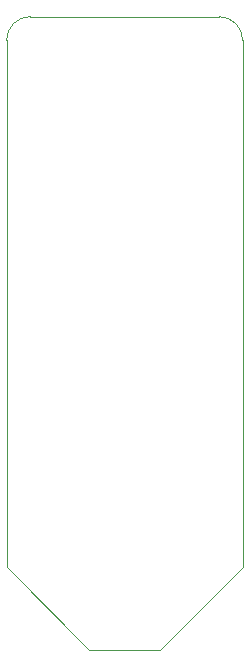
<source format=gbr>
%TF.GenerationSoftware,KiCad,Pcbnew,9.0.3*%
%TF.CreationDate,2025-09-30T16:22:14-04:00*%
%TF.ProjectId,eib-64-cnt-a64,6569622d-3634-42d6-936e-742d6136342e,A*%
%TF.SameCoordinates,Original*%
%TF.FileFunction,Profile,NP*%
%FSLAX46Y46*%
G04 Gerber Fmt 4.6, Leading zero omitted, Abs format (unit mm)*
G04 Created by KiCad (PCBNEW 9.0.3) date 2025-09-30 16:22:14*
%MOMM*%
%LPD*%
G01*
G04 APERTURE LIST*
%TA.AperFunction,Profile*%
%ADD10C,0.100000*%
%TD*%
G04 APERTURE END LIST*
D10*
X147000000Y-78414214D02*
X147000000Y-123000000D01*
X145000000Y-76414214D02*
G75*
G02*
X146999986Y-78414214I0J-1999986D01*
G01*
X127000000Y-78414214D02*
G75*
G02*
X129000000Y-76414200I2000000J14D01*
G01*
X127000000Y-78414214D02*
X127000000Y-123000000D01*
X140000000Y-130000000D02*
X134000000Y-130000000D01*
X140000000Y-130000000D02*
X147000000Y-123000000D01*
X129000000Y-76414214D02*
X145000000Y-76414214D01*
X127000000Y-123000000D02*
X134000000Y-130000000D01*
M02*

</source>
